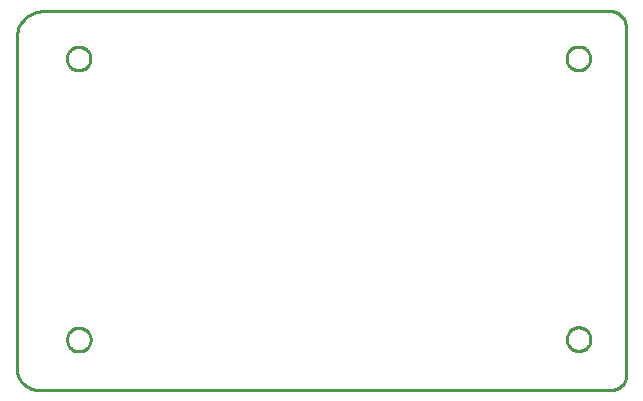
<source format=gbr>
G04 EAGLE Gerber RS-274X export*
G75*
%MOMM*%
%FSLAX34Y34*%
%LPD*%
%IN*%
%IPPOS*%
%AMOC8*
5,1,8,0,0,1.08239X$1,22.5*%
G01*
%ADD10C,0.254000*%


D10*
X109220Y109728D02*
X109195Y108153D01*
X109306Y106582D01*
X109555Y105027D01*
X109938Y103499D01*
X110452Y102011D01*
X111095Y100573D01*
X111860Y99196D01*
X112742Y97892D01*
X113735Y96669D01*
X114831Y95537D01*
X116020Y94505D01*
X117296Y93581D01*
X118647Y92772D01*
X120063Y92083D01*
X121534Y91521D01*
X123049Y91088D01*
X124595Y90790D01*
X126162Y90627D01*
X614401Y90881D01*
X615415Y91037D01*
X616412Y91282D01*
X617384Y91612D01*
X618324Y92025D01*
X619224Y92519D01*
X620077Y93090D01*
X620878Y93732D01*
X621619Y94442D01*
X622296Y95214D01*
X622903Y96042D01*
X623435Y96920D01*
X623889Y97840D01*
X624261Y98797D01*
X624548Y99783D01*
X624748Y100790D01*
X624860Y101810D01*
X624882Y102836D01*
X624815Y103861D01*
X624815Y396469D01*
X624889Y397656D01*
X624860Y398846D01*
X624727Y400028D01*
X624492Y401195D01*
X624156Y402336D01*
X623721Y403444D01*
X623192Y404510D01*
X622572Y405526D01*
X621866Y406484D01*
X621079Y407376D01*
X620217Y408197D01*
X619287Y408939D01*
X618295Y409597D01*
X617250Y410167D01*
X616160Y410643D01*
X615032Y411023D01*
X613875Y411302D01*
X612699Y411480D01*
X129540Y411226D01*
X127610Y410975D01*
X125710Y410558D01*
X123853Y409976D01*
X122054Y409234D01*
X120326Y408339D01*
X118683Y407296D01*
X117137Y406114D01*
X115700Y404802D01*
X114383Y403369D01*
X113195Y401828D01*
X112147Y400188D01*
X111245Y398464D01*
X110497Y396667D01*
X109909Y394812D01*
X109484Y392913D01*
X109227Y390984D01*
X109139Y389040D01*
X109220Y387096D01*
X109220Y109728D01*
X594860Y133142D02*
X594784Y132272D01*
X594633Y131412D01*
X594407Y130569D01*
X594108Y129748D01*
X593739Y128957D01*
X593302Y128200D01*
X592802Y127485D01*
X592240Y126816D01*
X591623Y126199D01*
X590954Y125638D01*
X590239Y125137D01*
X589482Y124700D01*
X588691Y124331D01*
X587870Y124032D01*
X587027Y123806D01*
X586167Y123655D01*
X585297Y123579D01*
X584424Y123579D01*
X583554Y123655D01*
X582694Y123806D01*
X581850Y124032D01*
X581030Y124331D01*
X580239Y124700D01*
X579482Y125137D01*
X578767Y125638D01*
X578098Y126199D01*
X577481Y126816D01*
X576919Y127485D01*
X576418Y128200D01*
X575982Y128957D01*
X575613Y129748D01*
X575314Y130569D01*
X575088Y131412D01*
X574937Y132272D01*
X574860Y133142D01*
X574860Y134015D01*
X574937Y134885D01*
X575088Y135745D01*
X575314Y136589D01*
X575613Y137409D01*
X575982Y138200D01*
X576418Y138957D01*
X576919Y139672D01*
X577481Y140341D01*
X578098Y140958D01*
X578767Y141520D01*
X579482Y142021D01*
X580239Y142457D01*
X581030Y142826D01*
X581850Y143125D01*
X582694Y143351D01*
X583554Y143503D01*
X584424Y143579D01*
X585297Y143579D01*
X586167Y143503D01*
X587027Y143351D01*
X587870Y143125D01*
X588691Y142826D01*
X589482Y142457D01*
X590239Y142021D01*
X590954Y141520D01*
X591623Y140958D01*
X592240Y140341D01*
X592802Y139672D01*
X593302Y138957D01*
X593739Y138200D01*
X594108Y137409D01*
X594407Y136589D01*
X594633Y135745D01*
X594784Y134885D01*
X594860Y134015D01*
X594860Y133142D01*
X594581Y370962D02*
X594505Y370092D01*
X594353Y369232D01*
X594127Y368389D01*
X593829Y367568D01*
X593460Y366777D01*
X593023Y366021D01*
X592522Y365305D01*
X591961Y364636D01*
X591343Y364019D01*
X590674Y363458D01*
X589959Y362957D01*
X589203Y362520D01*
X588411Y362151D01*
X587591Y361853D01*
X586747Y361627D01*
X585888Y361475D01*
X585018Y361399D01*
X584144Y361399D01*
X583275Y361475D01*
X582415Y361627D01*
X581571Y361853D01*
X580751Y362151D01*
X579959Y362520D01*
X579203Y362957D01*
X578488Y363458D01*
X577819Y364019D01*
X577201Y364636D01*
X576640Y365305D01*
X576139Y366021D01*
X575702Y366777D01*
X575333Y367568D01*
X575035Y368389D01*
X574809Y369232D01*
X574657Y370092D01*
X574581Y370962D01*
X574581Y371835D01*
X574657Y372705D01*
X574809Y373565D01*
X575035Y374409D01*
X575333Y375229D01*
X575702Y376021D01*
X576139Y376777D01*
X576640Y377492D01*
X577201Y378161D01*
X577819Y378779D01*
X578488Y379340D01*
X579203Y379841D01*
X579959Y380277D01*
X580751Y380646D01*
X581571Y380945D01*
X582415Y381171D01*
X583275Y381323D01*
X584144Y381399D01*
X585018Y381399D01*
X585888Y381323D01*
X586747Y381171D01*
X587591Y380945D01*
X588411Y380646D01*
X589203Y380277D01*
X589959Y379841D01*
X590674Y379340D01*
X591343Y378779D01*
X591961Y378161D01*
X592522Y377492D01*
X593023Y376777D01*
X593460Y376021D01*
X593829Y375229D01*
X594127Y374409D01*
X594353Y373565D01*
X594505Y372705D01*
X594581Y371835D01*
X594581Y370962D01*
X171468Y370759D02*
X171392Y369889D01*
X171240Y369029D01*
X171014Y368186D01*
X170715Y367365D01*
X170346Y366574D01*
X169910Y365817D01*
X169409Y365102D01*
X168848Y364433D01*
X168230Y363816D01*
X167561Y363255D01*
X166846Y362754D01*
X166090Y362317D01*
X165298Y361948D01*
X164478Y361649D01*
X163634Y361423D01*
X162774Y361272D01*
X161904Y361196D01*
X161031Y361196D01*
X160161Y361272D01*
X159301Y361423D01*
X158458Y361649D01*
X157637Y361948D01*
X156846Y362317D01*
X156090Y362754D01*
X155374Y363255D01*
X154705Y363816D01*
X154088Y364433D01*
X153527Y365102D01*
X153026Y365817D01*
X152589Y366574D01*
X152220Y367365D01*
X151922Y368186D01*
X151696Y369029D01*
X151544Y369889D01*
X151468Y370759D01*
X151468Y371632D01*
X151544Y372502D01*
X151696Y373362D01*
X151922Y374206D01*
X152220Y375026D01*
X152589Y375817D01*
X153026Y376574D01*
X153527Y377289D01*
X154088Y377958D01*
X154705Y378575D01*
X155374Y379137D01*
X156090Y379638D01*
X156846Y380074D01*
X157637Y380443D01*
X158458Y380742D01*
X159301Y380968D01*
X160161Y381120D01*
X161031Y381196D01*
X161904Y381196D01*
X162774Y381120D01*
X163634Y380968D01*
X164478Y380742D01*
X165298Y380443D01*
X166090Y380074D01*
X166846Y379638D01*
X167561Y379137D01*
X168230Y378575D01*
X168848Y377958D01*
X169409Y377289D01*
X169910Y376574D01*
X170346Y375817D01*
X170715Y375026D01*
X171014Y374206D01*
X171240Y373362D01*
X171392Y372502D01*
X171468Y371632D01*
X171468Y370759D01*
X171620Y132761D02*
X171544Y131891D01*
X171392Y131031D01*
X171166Y130188D01*
X170868Y129367D01*
X170499Y128576D01*
X170062Y127819D01*
X169561Y127104D01*
X169000Y126435D01*
X168383Y125818D01*
X167714Y125257D01*
X166998Y124756D01*
X166242Y124319D01*
X165451Y123950D01*
X164630Y123651D01*
X163787Y123425D01*
X162927Y123274D01*
X162057Y123198D01*
X161184Y123198D01*
X160314Y123274D01*
X159454Y123425D01*
X158610Y123651D01*
X157790Y123950D01*
X156998Y124319D01*
X156242Y124756D01*
X155527Y125257D01*
X154858Y125818D01*
X154240Y126435D01*
X153679Y127104D01*
X153178Y127819D01*
X152742Y128576D01*
X152373Y129367D01*
X152074Y130188D01*
X151848Y131031D01*
X151696Y131891D01*
X151620Y132761D01*
X151620Y133634D01*
X151696Y134504D01*
X151848Y135364D01*
X152074Y136208D01*
X152373Y137028D01*
X152742Y137819D01*
X153178Y138576D01*
X153679Y139291D01*
X154240Y139960D01*
X154858Y140577D01*
X155527Y141139D01*
X156242Y141640D01*
X156998Y142076D01*
X157790Y142445D01*
X158610Y142744D01*
X159454Y142970D01*
X160314Y143122D01*
X161184Y143198D01*
X162057Y143198D01*
X162927Y143122D01*
X163787Y142970D01*
X164630Y142744D01*
X165451Y142445D01*
X166242Y142076D01*
X166998Y141640D01*
X167714Y141139D01*
X168383Y140577D01*
X169000Y139960D01*
X169561Y139291D01*
X170062Y138576D01*
X170499Y137819D01*
X170868Y137028D01*
X171166Y136208D01*
X171392Y135364D01*
X171544Y134504D01*
X171620Y133634D01*
X171620Y132761D01*
M02*

</source>
